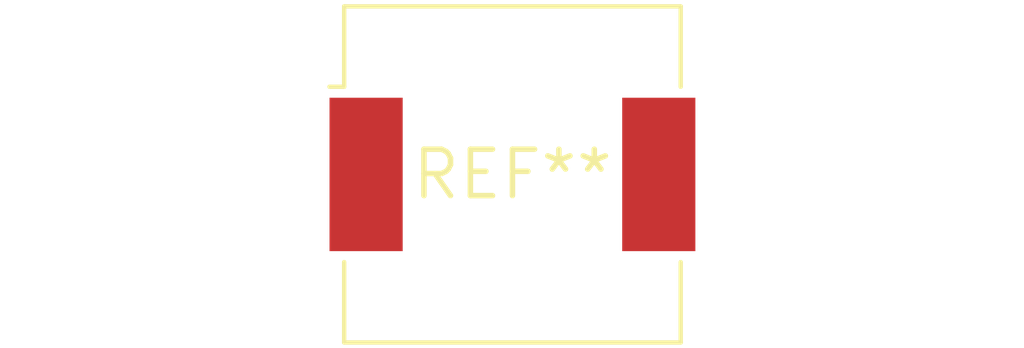
<source format=kicad_pcb>
(kicad_pcb (version 20240108) (generator pcbnew)
  (layers (0 "F.Cu" signal) (31 "B.Cu" signal) (34 "B.Paste" user) (35 "F.Paste" user) (36 "B.SilkS" user "B.Silkscreen") (37 "F.SilkS" user "F.Silkscreen") (38 "B.Mask" user) (39 "F.Mask" user) (44 "Edge.Cuts" user))
  (net 0 "")
  (footprint "Buzzer_CUI_CPT-9019S-SMT" (layer "F.Cu") (at 0 0)
    (property "Reference" "REF**")
    (property "Value" "Buzzer_CUI_CPT-9019S-SMT")
    (fp_line (start -4.6 -4.6) (end -4.6 -2.4) (layer "F.SilkS") (stroke (width 0.12)))
    (fp_line (start -4.6 -4.6) (end 4.6 -4.6) (layer "F.SilkS") (stroke (width 0.12)))
    (fp_line (start -4.6 -2.4) (end -5 -2.4) (layer "F.SilkS") (stroke (width 0.12)))
    (fp_line (start -4.6 2.4) (end -4.6 4.6) (layer "F.SilkS") (stroke (width 0.12)))
    (fp_line (start 4.6 -4.6) (end 4.6 -2.4) (layer "F.SilkS") (stroke (width 0.12)))
    (fp_line (start 4.6 2.4) (end 4.6 4.6) (layer "F.SilkS") (stroke (width 0.12)))
    (fp_line (start 4.6 4.6) (end -4.6 4.6) (layer "F.SilkS") (stroke (width 0.12)))
    (pad "1" smd rect (at -4 0) (size 2 4.2) (layers "F.Cu" "F.Paste" "F.Mask"))
    (pad "2" smd rect (at 4 0) (size 2 4.2) (layers "F.Cu" "F.Paste" "F.Mask"))
  )
)
</source>
